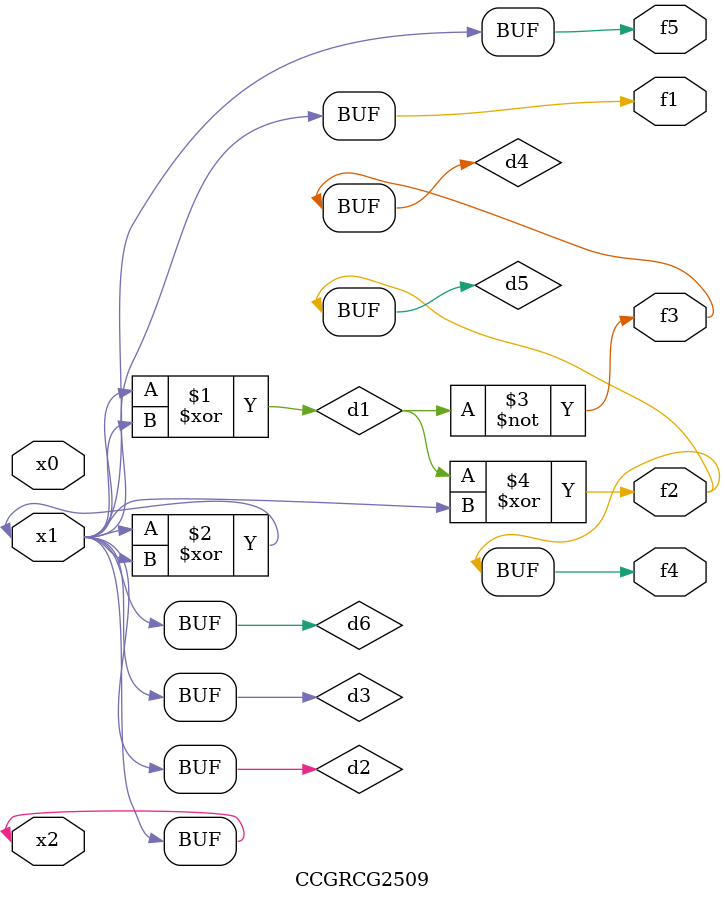
<source format=v>
module CCGRCG2509(
	input x0, x1, x2,
	output f1, f2, f3, f4, f5
);

	wire d1, d2, d3, d4, d5, d6;

	xor (d1, x1, x2);
	buf (d2, x1, x2);
	xor (d3, x1, x2);
	nor (d4, d1);
	xor (d5, d1, d2);
	buf (d6, d2, d3);
	assign f1 = d6;
	assign f2 = d5;
	assign f3 = d4;
	assign f4 = d5;
	assign f5 = d6;
endmodule

</source>
